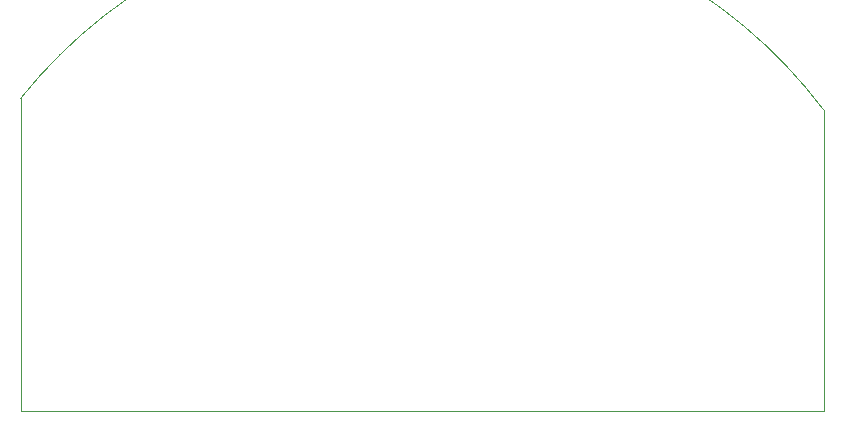
<source format=gbr>
%TF.GenerationSoftware,KiCad,Pcbnew,(6.0.4)*%
%TF.CreationDate,2024-03-24T21:34:19+02:00*%
%TF.ProjectId,KiCad Design IR Sensor,4b694361-6420-4446-9573-69676e204952,rev?*%
%TF.SameCoordinates,Original*%
%TF.FileFunction,Profile,NP*%
%FSLAX46Y46*%
G04 Gerber Fmt 4.6, Leading zero omitted, Abs format (unit mm)*
G04 Created by KiCad (PCBNEW (6.0.4)) date 2024-03-24 21:34:19*
%MOMM*%
%LPD*%
G01*
G04 APERTURE LIST*
%TA.AperFunction,Profile*%
%ADD10C,0.100000*%
%TD*%
G04 APERTURE END LIST*
D10*
X175500000Y-111000000D02*
X175500000Y-85500000D01*
X107500000Y-84500000D02*
X107500000Y-111000000D01*
X175500000Y-111000000D02*
X107500000Y-111000000D01*
X175499999Y-85500001D02*
G75*
G03*
X107500000Y-84500000I-34388339J-25907071D01*
G01*
M02*

</source>
